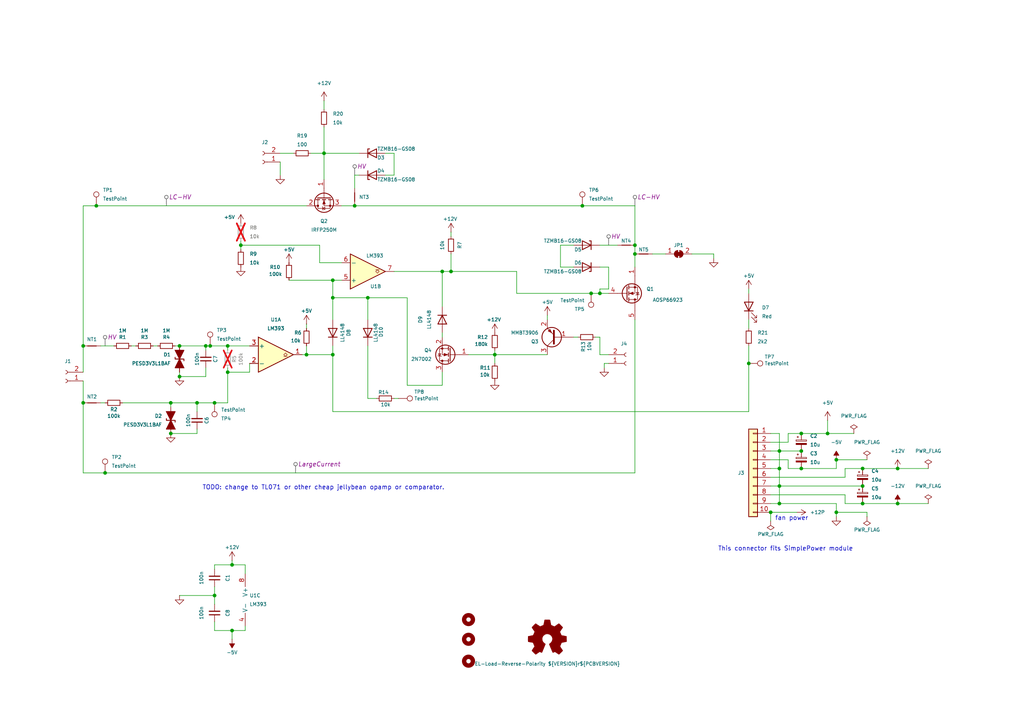
<source format=kicad_sch>
(kicad_sch (version 20231120) (generator "eeschema") (generator_version "8.0")
  (paper "A4")
  (title_block (title "EL-Load-Reverse-Polarity") (date "2024-05-12") (rev "${VERSION}"))
  (lib_symbols
    (symbol "Comparator:LM393" (pin_names (offset 0.127))
      (property "Reference" "U" (at 3.81 3.81 0))
      (property "Value" "LM393" (at 6.35 -3.81 0))
      (symbol "LM393_1_1"
        (pin open_collector line (at 7.62 0 180) (length 2.54) (name "~") (number "1"))
        (pin input line (at -7.62 -2.54 0) (length 2.54) (name "-") (number "2"))
        (pin input line (at -7.62 2.54 0) (length 2.54) (name "+") (number "3"))
      )
      (symbol "LM393_2_1"
        (pin input line (at -7.62 2.54 0) (length 2.54) (name "+") (number "5"))
        (pin input line (at -7.62 -2.54 0) (length 2.54) (name "-") (number "6"))
        (pin open_collector line (at 7.62 0 180) (length 2.54) (name "~") (number "7"))
      )
      (symbol "LM393_3_1"
        (pin power_in line (at -2.54 -7.62 90) (length 3.81) (name "V-") (number "4"))
        (pin power_in line (at -2.54 7.62 270) (length 3.81) (name "V+") (number "8"))
      )
    )
    (symbol "Connector:Conn_01x02_Socket" (pin_names (offset 1.016) hide)
      (property "Reference" "J" (at 0 2.54 0))
      (property "Value" "Conn_01x02_Socket" (at 0 -5.08 0))
      (symbol "Conn_01x02_Socket_1_1"
        (pin passive line (at -5.08 0 0) (length 3.81) (name "Pin_1") (number "1"))
        (pin passive line (at -5.08 -2.54 0) (length 3.81) (name "Pin_2") (number "2"))
      )
    )
    (symbol "Connector:TestPoint" (pin_numbers hide) (pin_names (offset 0.762) hide)
      (property "Reference" "TP" (at 0 6.858 0))
      (property "Value" "TestPoint" (at 0 5.08 0))
      (symbol "TestPoint_1_1"
        (pin passive line (at 0 0 90) (length 2.54) (name "1") (number "1"))
      )
    )
    (symbol "Connector_Generic:Conn_01x10" (pin_names (offset 1.016) hide)
      (property "Reference" "J" (at 0 12.7 0))
      (property "Value" "Conn_01x10" (at 0 -15.24 0))
      (symbol "Conn_01x10_1_1"
        (pin passive line (at -5.08 10.16 0) (length 3.81) (name "Pin_1") (number "1"))
        (pin passive line (at -5.08 -12.7 0) (length 3.81) (name "Pin_10") (number "10"))
        (pin passive line (at -5.08 7.62 0) (length 3.81) (name "Pin_2") (number "2"))
        (pin passive line (at -5.08 5.08 0) (length 3.81) (name "Pin_3") (number "3"))
        (pin passive line (at -5.08 2.54 0) (length 3.81) (name "Pin_4") (number "4"))
        (pin passive line (at -5.08 0 0) (length 3.81) (name "Pin_5") (number "5"))
        (pin passive line (at -5.08 -2.54 0) (length 3.81) (name "Pin_6") (number "6"))
        (pin passive line (at -5.08 -5.08 0) (length 3.81) (name "Pin_7") (number "7"))
        (pin passive line (at -5.08 -7.62 0) (length 3.81) (name "Pin_8") (number "8"))
        (pin passive line (at -5.08 -10.16 0) (length 3.81) (name "Pin_9") (number "9"))
      )
    )
    (symbol "Device:C_Polarized_Small" (pin_numbers hide) (pin_names (offset 0.254) hide)
      (property "Reference" "C" (at 0.254 1.778 0))
      (property "Value" "C_Polarized_Small" (at 0.254 -2.032 0))
      (symbol "C_Polarized_Small_1_1"
        (pin passive line (at 0 2.54 270) (length 1.8542) (name "~") (number "1"))
        (pin passive line (at 0 -2.54 90) (length 1.8542) (name "~") (number "2"))
      )
    )
    (symbol "Device:C_Small" (pin_numbers hide) (pin_names (offset 0.254) hide)
      (property "Reference" "C" (at 0.254 1.778 0))
      (property "Value" "C_Small" (at 0.254 -2.032 0))
      (symbol "C_Small_1_1"
        (pin passive line (at 0 2.54 270) (length 2.032) (name "~") (number "1"))
        (pin passive line (at 0 -2.54 90) (length 2.032) (name "~") (number "2"))
      )
    )
    (symbol "Device:D_TVS_Filled" (pin_numbers hide) (pin_names (offset 1.016) hide)
      (property "Reference" "D" (at 0 2.54 0))
      (property "Value" "D_TVS_Filled" (at 0 -2.54 0))
      (symbol "D_TVS_Filled_1_1"
        (pin passive line (at -3.81 0 0) (length 2.54) (name "A1") (number "1"))
        (pin passive line (at 3.81 0 180) (length 2.54) (name "A2") (number "2"))
      )
    )
    (symbol "Device:D_Zener" (pin_numbers hide) (pin_names (offset 1.016) hide)
      (property "Reference" "D" (at 0 2.54 0))
      (property "Value" "D_Zener" (at 0 -2.54 0))
      (symbol "D_Zener_1_1"
        (pin passive line (at -3.81 0 0) (length 2.54) (name "K") (number "1"))
        (pin passive line (at 3.81 0 180) (length 2.54) (name "A") (number "2"))
      )
    )
    (symbol "Device:LED" (pin_numbers hide) (pin_names (offset 1.016) hide)
      (property "Reference" "D" (at 0 2.54 0))
      (property "Value" "LED" (at 0 -2.54 0))
      (symbol "LED_1_1"
        (pin passive line (at -3.81 0 0) (length 2.54) (name "K") (number "1"))
        (pin passive line (at 3.81 0 180) (length 2.54) (name "A") (number "2"))
      )
    )
    (symbol "Device:NetTie_2" (pin_numbers hide) (pin_names (offset 0) hide) (in_bom no)
      (property "Reference" "NT" (at 0 1.27 0))
      (property "Value" "NetTie_2" (at 0 -1.27 0))
      (symbol "NetTie_2_1_1"
        (pin passive line (at -2.54 0 0) (length 2.54) (name "1") (number "1"))
        (pin passive line (at 2.54 0 180) (length 2.54) (name "2") (number "2"))
      )
    )
    (symbol "Device:Q_NMOS_GDS" (pin_names (offset 0) hide)
      (property "Reference" "Q" (at 5.08 1.27 0))
      (property "Value" "Q_NMOS_GDS" (at 5.08 -1.27 0))
      (symbol "Q_NMOS_GDS_1_1"
        (pin input line (at -5.08 0 0) (length 2.54) (name "G") (number "1"))
        (pin passive line (at 2.54 5.08 270) (length 2.54) (name "D") (number "2"))
        (pin passive line (at 2.54 -5.08 90) (length 2.54) (name "S") (number "3"))
      )
    )
    (symbol "Device:R_Small" (pin_numbers hide) (pin_names (offset 0.254) hide)
      (property "Reference" "R" (at 0.762 0.508 0))
      (property "Value" "R_Small" (at 0.762 -1.016 0))
      (symbol "R_Small_1_1"
        (pin passive line (at 0 2.54 270) (length 0.762) (name "~") (number "1"))
        (pin passive line (at 0 -2.54 90) (length 0.762) (name "~") (number "2"))
      )
    )
    (symbol "Diode:LL4148" (pin_numbers hide) (pin_names hide)
      (property "Reference" "D" (at 0 2.54 0))
      (property "Value" "LL4148" (at 0 -2.54 0))
      (symbol "LL4148_1_1"
        (pin passive line (at -3.81 0 0) (length 2.54) (name "K") (number "1"))
        (pin passive line (at 3.81 0 180) (length 2.54) (name "A") (number "2"))
      )
    )
    (symbol "EL-Load:AOSP66923" (pin_names hide)
      (property "Reference" "Q" (at 5.08 1.905 0))
      (property "Value" "AOSP66923" (at 5.08 0 0))
      (property "Part Name" "U_AOSP66923" (at 10.16 -3.81 0))
      (symbol "AOSP66923_1_0"
        (pin passive line (at 2.54 -7.62 90) (length 2.54) hide (name "S") (number "2"))
        (pin passive line (at 2.54 -7.62 90) (length 2.54) hide (name "S") (number "3"))
        (pin passive line (at 2.54 7.62 270) (length 2.54) hide (name "D") (number "6"))
        (pin passive line (at 2.54 7.62 270) (length 2.54) hide (name "D") (number "7"))
        (pin passive line (at 2.54 7.62 270) (length 2.54) hide (name "D") (number "8"))
      )
      (symbol "AOSP66923_1_1"
        (pin passive line (at 2.54 -7.62 90) (length 2.54) (name "S") (number "1"))
        (pin input line (at -5.08 0 0) (length 2.54) (name "G") (number "4"))
        (pin passive line (at 2.54 7.62 270) (length 2.54) (name "D") (number "5"))
      )
    )
    (symbol "Graphic:Logo_Open_Hardware_Small" (in_bom no) (on_board no))
    (symbol "Jumper:SolderJumper_2_Bridged" (pin_names (offset 0) hide)
      (property "Reference" "JP" (at 0 2.032 0))
      (property "Value" "SolderJumper_2_Bridged" (at 0 -2.54 0))
      (symbol "SolderJumper_2_Bridged_1_1"
        (pin passive line (at -3.81 0 0) (length 2.54) (name "A") (number "1"))
        (pin passive line (at 3.81 0 180) (length 2.54) (name "B") (number "2"))
      )
    )
    (symbol "Mechanical:MountingHole" (pin_names (offset 1.016))
      (property "Reference" "H" (at 0 5.08 0))
      (property "Value" "MountingHole" (at 0 3.175 0))
    )
    (symbol "Transistor_BJT:MMBT3906" (pin_names (offset 0) hide)
      (property "Reference" "Q" (at 5.08 1.905 0))
      (property "Value" "MMBT3906" (at 5.08 0 0))
      (symbol "MMBT3906_1_1"
        (pin input line (at -5.08 0 0) (length 5.715) (name "B") (number "1"))
        (pin passive line (at 2.54 -5.08 90) (length 2.54) (name "E") (number "2"))
        (pin passive line (at 2.54 5.08 270) (length 2.54) (name "C") (number "3"))
      )
    )
    (symbol "Transistor_FET:2N7002" (pin_names hide)
      (property "Reference" "Q" (at 5.08 1.905 0))
      (property "Value" "2N7002" (at 5.08 0 0))
      (symbol "2N7002_1_1"
        (pin input line (at -5.08 0 0) (length 2.54) (name "G") (number "1"))
        (pin passive line (at 2.54 -5.08 90) (length 2.54) (name "S") (number "2"))
        (pin passive line (at 2.54 5.08 270) (length 2.54) (name "D") (number "3"))
      )
    )
    (symbol "power:+12P" (power) (pin_numbers hide) (pin_names (offset 0) hide)
      (property "Value" "+12P" (at 0 3.556 0))
      (symbol "+12P_1_1"
        (pin power_in line (at 0 0 90) (length 0) (name "~") (number "1"))
      )
    )
    (symbol "power:+12V" (power) (pin_numbers hide) (pin_names (offset 0) hide)
      (property "Value" "+12V" (at 0 3.556 0))
      (symbol "+12V_1_1"
        (pin power_in line (at 0 0 90) (length 0) (name "~") (number "1"))
      )
    )
    (symbol "power:+5V" (power) (pin_numbers hide) (pin_names (offset 0) hide)
      (property "Value" "+5V" (at 0 3.556 0))
      (symbol "+5V_1_1"
        (pin power_in line (at 0 0 90) (length 0) (name "~") (number "1"))
      )
    )
    (symbol "power:-12V" (power) (pin_numbers hide) (pin_names (offset 0) hide)
      (property "Value" "-12V" (at 0 3.556 0))
      (symbol "-12V_0_0"
        (pin power_in line (at 0 0 90) (length 0) (name "~") (number "1"))
      )
    )
    (symbol "power:-5V" (power) (pin_numbers hide) (pin_names (offset 0) hide)
      (property "Value" "-5V" (at 0 3.556 0))
      (symbol "-5V_0_0"
        (pin power_in line (at 0 0 90) (length 0) (name "~") (number "1"))
      )
    )
    (symbol "power:GND" (power) (pin_numbers hide) (pin_names (offset 0) hide)
      (property "Value" "GND" (at 0 -3.81 0))
      (symbol "GND_1_1"
        (pin power_in line (at 0 0 270) (length 0) (name "~") (number "1"))
      )
    )
    (symbol "power:PWR_FLAG" (power) (pin_numbers hide) (pin_names (offset 0) hide)
      (property "Value" "PWR_FLAG" (at 0 3.81 0))
      (symbol "PWR_FLAG_0_0"
        (pin power_out line (at 0 0 90) (length 0) (name "~") (number "1"))
      )
    )
  )
  (junction (at 24.13 100.33))
  (junction (at 143.51 102.87))
  (junction (at 96.52 102.87))
  (junction (at 27.94 59.69))
  (junction (at 250.19 146.05))
  (junction (at 260.35 146.05))
  (junction (at 49.53 116.84))
  (junction (at 184.15 73.66))
  (junction (at 69.85 71.12))
  (junction (at 62.23 116.84))
  (junction (at 128.27 78.74))
  (junction (at 232.41 130.81))
  (junction (at 57.15 116.84))
  (junction (at 96.52 81.28))
  (junction (at 168.91 59.69))
  (junction (at 52.07 100.33))
  (junction (at 67.31 163.83))
  (junction (at 232.41 125.73))
  (junction (at 232.41 135.89))
  (junction (at 49.53 125.73))
  (junction (at 226.06 135.89))
  (junction (at 93.98 44.45))
  (junction (at 62.23 172.72))
  (junction (at 250.19 135.89))
  (junction (at 173.99 85.09))
  (junction (at 226.06 146.05))
  (junction (at 102.87 59.69))
  (junction (at 96.52 86.36))
  (junction (at 24.13 116.84))
  (junction (at 184.15 71.12))
  (junction (at 242.57 148.59))
  (junction (at 60.96 100.33))
  (junction (at 59.69 100.33))
  (junction (at 240.03 125.73))
  (junction (at 260.35 135.89))
  (junction (at 217.17 105.41))
  (junction (at 226.06 140.97))
  (junction (at 106.68 86.36))
  (junction (at 67.31 182.88))
  (junction (at 130.81 78.74))
  (junction (at 66.04 100.33))
  (junction (at 88.9 102.87))
  (junction (at 52.07 109.22))
  (junction (at 250.19 140.97))
  (junction (at 226.06 130.81))
  (junction (at 223.52 148.59))
  (junction (at 171.45 85.09))
  (junction (at 30.48 137.16))
  (junction (at 66.04 107.95))
  (junction (at 242.57 133.35))
  (wire (pts (xy 223.52 135.89) (xy 226.06 135.89)))
  (wire (pts (xy 66.04 107.95) (xy 72.39 107.95)))
  (wire (pts (xy 176.53 105.41) (xy 175.26 105.41)))
  (wire (pts (xy 128.27 96.52) (xy 128.27 97.79)))
  (wire (pts (xy 27.94 59.69) (xy 88.9 59.69)))
  (wire (pts (xy 143.51 101.6) (xy 143.51 102.87)))
  (wire (pts (xy 57.15 116.84) (xy 62.23 116.84)))
  (wire (pts (xy 172.72 97.79) (xy 173.99 97.79)))
  (wire (pts (xy 189.23 73.66) (xy 193.04 73.66)))
  (wire (pts (xy 71.12 166.37) (xy 71.12 163.83)))
  (wire (pts (xy 62.23 182.88) (xy 62.23 180.34)))
  (wire (pts (xy 104.14 44.45) (xy 93.98 44.45)))
  (wire (pts (xy 49.53 116.84) (xy 57.15 116.84)))
  (wire (pts (xy 81.28 44.45) (xy 85.09 44.45)))
  (wire (pts (xy 232.41 135.89) (xy 242.57 135.89)))
  (wire (pts (xy 162.56 77.47) (xy 166.37 77.47)))
  (wire (pts (xy 176.53 77.47) (xy 173.99 77.47)))
  (wire (pts (xy 71.12 181.61) (xy 71.12 182.88)))
  (wire (pts (xy 118.11 111.76) (xy 118.11 86.36)))
  (wire (pts (xy 69.85 71.12) (xy 92.71 71.12)))
  (wire (pts (xy 24.13 59.69) (xy 24.13 100.33)))
  (wire (pts (xy 92.71 71.12) (xy 92.71 76.2)))
  (wire (pts (xy 87.63 102.87) (xy 88.9 102.87)))
  (wire (pts (xy 72.39 107.95) (xy 72.39 105.41)))
  (wire (pts (xy 128.27 78.74) (xy 128.27 88.9)))
  (wire (pts (xy 260.35 146.05) (xy 269.24 146.05)))
  (wire (pts (xy 59.69 109.22) (xy 52.07 109.22)))
  (wire (pts (xy 171.45 85.09) (xy 173.99 85.09)))
  (wire (pts (xy 226.06 140.97) (xy 250.19 140.97)))
  (wire (pts (xy 223.52 138.43) (xy 245.11 138.43)))
  (wire (pts (xy 66.04 101.6) (xy 66.04 100.33)))
  (wire (pts (xy 245.11 143.51) (xy 245.11 146.05)))
  (wire (pts (xy 99.06 59.69) (xy 102.87 59.69)))
  (wire (pts (xy 200.66 73.66) (xy 207.01 73.66)))
  (wire (pts (xy 184.15 59.69) (xy 184.15 71.12)))
  (wire (pts (xy 173.99 85.09) (xy 176.53 85.09)))
  (wire (pts (xy 114.3 115.57) (xy 115.57 115.57)))
  (wire (pts (xy 143.51 102.87) (xy 143.51 105.41)))
  (wire (pts (xy 106.68 86.36) (xy 106.68 92.71)))
  (wire (pts (xy 175.26 105.41) (xy 175.26 106.68)))
  (wire (pts (xy 67.31 185.42) (xy 67.31 182.88)))
  (wire (pts (xy 226.06 135.89) (xy 226.06 140.97)))
  (wire (pts (xy 143.51 102.87) (xy 158.75 102.87)))
  (wire (pts (xy 173.99 97.79) (xy 173.99 102.87)))
  (wire (pts (xy 69.85 69.85) (xy 69.85 71.12)))
  (wire (pts (xy 106.68 86.36) (xy 96.52 86.36)))
  (wire (pts (xy 81.28 46.99) (xy 81.28 50.8)))
  (wire (pts (xy 111.76 50.8) (xy 114.3 50.8)))
  (wire (pts (xy 102.87 59.69) (xy 168.91 59.69)))
  (wire (pts (xy 184.15 73.66) (xy 184.15 77.47)))
  (wire (pts (xy 96.52 81.28) (xy 96.52 86.36)))
  (wire (pts (xy 106.68 100.33) (xy 106.68 115.57)))
  (wire (pts (xy 158.75 91.44) (xy 158.75 92.71)))
  (wire (pts (xy 67.31 162.56) (xy 67.31 163.83)))
  (wire (pts (xy 217.17 105.41) (xy 217.17 119.38)))
  (wire (pts (xy 50.8 100.33) (xy 52.07 100.33)))
  (wire (pts (xy 59.69 101.6) (xy 59.69 100.33)))
  (wire (pts (xy 57.15 125.73) (xy 49.53 125.73)))
  (wire (pts (xy 223.52 130.81) (xy 226.06 130.81)))
  (wire (pts (xy 62.23 116.84) (xy 66.04 116.84)))
  (wire (pts (xy 217.17 83.82) (xy 217.17 85.09)))
  (wire (pts (xy 52.07 100.33) (xy 59.69 100.33)))
  (wire (pts (xy 128.27 111.76) (xy 118.11 111.76)))
  (wire (pts (xy 135.89 102.87) (xy 143.51 102.87)))
  (wire (pts (xy 226.06 125.73) (xy 226.06 130.81)))
  (wire (pts (xy 260.35 135.89) (xy 269.24 135.89)))
  (wire (pts (xy 226.06 130.81) (xy 226.06 135.89)))
  (wire (pts (xy 184.15 92.71) (xy 184.15 137.16)))
  (wire (pts (xy 44.45 100.33) (xy 45.72 100.33)))
  (wire (pts (xy 104.14 50.8) (xy 102.87 50.8)))
  (wire (pts (xy 217.17 92.71) (xy 217.17 95.25)))
  (wire (pts (xy 245.11 135.89) (xy 250.19 135.89)))
  (wire (pts (xy 176.53 77.47) (xy 176.53 83.82)))
  (wire (pts (xy 226.06 146.05) (xy 242.57 146.05)))
  (wire (pts (xy 57.15 124.46) (xy 57.15 125.73)))
  (wire (pts (xy 173.99 71.12) (xy 179.07 71.12)))
  (wire (pts (xy 30.48 137.16) (xy 184.15 137.16)))
  (wire (pts (xy 69.85 71.12) (xy 69.85 72.39)))
  (wire (pts (xy 93.98 44.45) (xy 93.98 52.07)))
  (wire (pts (xy 24.13 116.84) (xy 24.13 137.16)))
  (wire (pts (xy 240.03 125.73) (xy 247.65 125.73)))
  (wire (pts (xy 24.13 107.95) (xy 24.13 100.33)))
  (wire (pts (xy 29.21 100.33) (xy 33.02 100.33)))
  (wire (pts (xy 88.9 93.98) (xy 88.9 95.25)))
  (wire (pts (xy 130.81 78.74) (xy 149.86 78.74)))
  (wire (pts (xy 228.6 133.35) (xy 228.6 135.89)))
  (wire (pts (xy 24.13 137.16) (xy 30.48 137.16)))
  (wire (pts (xy 228.6 135.89) (xy 232.41 135.89)))
  (wire (pts (xy 166.37 97.79) (xy 167.64 97.79)))
  (wire (pts (xy 226.06 140.97) (xy 226.06 146.05)))
  (wire (pts (xy 223.52 143.51) (xy 245.11 143.51)))
  (wire (pts (xy 71.12 182.88) (xy 67.31 182.88)))
  (wire (pts (xy 207.01 73.66) (xy 207.01 74.93)))
  (wire (pts (xy 29.21 116.84) (xy 30.48 116.84)))
  (wire (pts (xy 90.17 44.45) (xy 93.98 44.45)))
  (wire (pts (xy 96.52 119.38) (xy 217.17 119.38)))
  (wire (pts (xy 92.71 76.2) (xy 99.06 76.2)))
  (wire (pts (xy 35.56 116.84) (xy 49.53 116.84)))
  (wire (pts (xy 71.12 163.83) (xy 67.31 163.83)))
  (wire (pts (xy 88.9 100.33) (xy 88.9 102.87)))
  (wire (pts (xy 251.46 148.59) (xy 251.46 149.86)))
  (wire (pts (xy 66.04 107.95) (xy 66.04 116.84)))
  (wire (pts (xy 93.98 36.83) (xy 93.98 44.45)))
  (wire (pts (xy 93.98 29.21) (xy 93.98 31.75)))
  (wire (pts (xy 242.57 148.59) (xy 251.46 148.59)))
  (wire (pts (xy 106.68 115.57) (xy 109.22 115.57)))
  (wire (pts (xy 240.03 121.92) (xy 240.03 125.73)))
  (wire (pts (xy 232.41 125.73) (xy 240.03 125.73)))
  (wire (pts (xy 96.52 100.33) (xy 96.52 102.87)))
  (wire (pts (xy 83.82 81.28) (xy 96.52 81.28)))
  (wire (pts (xy 162.56 71.12) (xy 162.56 77.47)))
  (wire (pts (xy 52.07 172.72) (xy 62.23 172.72)))
  (wire (pts (xy 57.15 116.84) (xy 57.15 119.38)))
  (wire (pts (xy 223.52 125.73) (xy 226.06 125.73)))
  (wire (pts (xy 245.11 146.05) (xy 250.19 146.05)))
  (wire (pts (xy 223.52 140.97) (xy 226.06 140.97)))
  (wire (pts (xy 62.23 172.72) (xy 62.23 170.18)))
  (wire (pts (xy 38.1 100.33) (xy 39.37 100.33)))
  (wire (pts (xy 228.6 128.27) (xy 228.6 125.73)))
  (wire (pts (xy 184.15 71.12) (xy 184.15 73.66)))
  (wire (pts (xy 242.57 146.05) (xy 242.57 148.59)))
  (wire (pts (xy 168.91 59.69) (xy 184.15 59.69)))
  (wire (pts (xy 114.3 44.45) (xy 111.76 44.45)))
  (wire (pts (xy 118.11 86.36) (xy 106.68 86.36)))
  (wire (pts (xy 223.52 148.59) (xy 223.52 151.13)))
  (wire (pts (xy 242.57 148.59) (xy 242.57 149.86)))
  (wire (pts (xy 223.52 128.27) (xy 228.6 128.27)))
  (wire (pts (xy 245.11 138.43) (xy 245.11 135.89)))
  (wire (pts (xy 59.69 106.68) (xy 59.69 109.22)))
  (wire (pts (xy 250.19 146.05) (xy 260.35 146.05)))
  (wire (pts (xy 96.52 119.38) (xy 96.52 102.87)))
  (wire (pts (xy 62.23 175.26) (xy 62.23 172.72)))
  (wire (pts (xy 130.81 78.74) (xy 130.81 73.66)))
  (wire (pts (xy 223.52 133.35) (xy 228.6 133.35)))
  (wire (pts (xy 102.87 50.8) (xy 102.87 54.61)))
  (wire (pts (xy 228.6 125.73) (xy 232.41 125.73)))
  (wire (pts (xy 96.52 81.28) (xy 99.06 81.28)))
  (wire (pts (xy 49.53 118.11) (xy 49.53 116.84)))
  (wire (pts (xy 67.31 163.83) (xy 62.23 163.83)))
  (wire (pts (xy 166.37 71.12) (xy 162.56 71.12)))
  (wire (pts (xy 62.23 163.83) (xy 62.23 165.1)))
  (wire (pts (xy 24.13 110.49) (xy 24.13 116.84)))
  (wire (pts (xy 242.57 133.35) (xy 251.46 133.35)))
  (wire (pts (xy 59.69 100.33) (xy 60.96 100.33)))
  (wire (pts (xy 173.99 102.87) (xy 176.53 102.87)))
  (wire (pts (xy 24.13 59.69) (xy 27.94 59.69)))
  (wire (pts (xy 88.9 102.87) (xy 96.52 102.87)))
  (wire (pts (xy 226.06 130.81) (xy 232.41 130.81)))
  (wire (pts (xy 114.3 78.74) (xy 128.27 78.74)))
  (wire (pts (xy 242.57 133.35) (xy 242.57 135.89)))
  (wire (pts (xy 149.86 78.74) (xy 149.86 85.09)))
  (wire (pts (xy 149.86 85.09) (xy 171.45 85.09)))
  (wire (pts (xy 223.52 148.59) (xy 231.14 148.59)))
  (wire (pts (xy 173.99 85.09) (xy 173.99 83.82)))
  (wire (pts (xy 114.3 50.8) (xy 114.3 44.45)))
  (wire (pts (xy 67.31 182.88) (xy 62.23 182.88)))
  (wire (pts (xy 250.19 135.89) (xy 260.35 135.89)))
  (wire (pts (xy 66.04 106.68) (xy 66.04 107.95)))
  (wire (pts (xy 60.96 100.33) (xy 66.04 100.33)))
  (wire (pts (xy 128.27 107.95) (xy 128.27 111.76)))
  (wire (pts (xy 217.17 100.33) (xy 217.17 105.41)))
  (wire (pts (xy 66.04 100.33) (xy 72.39 100.33)))
  (wire (pts (xy 96.52 86.36) (xy 96.52 92.71)))
  (wire (pts (xy 173.99 83.82) (xy 176.53 83.82)))
  (wire (pts (xy 223.52 146.05) (xy 226.06 146.05)))
  (wire (pts (xy 130.81 67.31) (xy 130.81 68.58)))
  (wire (pts (xy 128.27 78.74) (xy 130.81 78.74)))
  (wire (pts (xy 52.07 107.95) (xy 52.07 109.22)))
  (text "This connector fits SimplePower module" (at 227.838 159.258 0) (effects (font (size 1.27 1.27))))
  (text "fan power" (at 224.79 151.13 0) (effects (font (size 1.27 1.27)) (justify left bottom)))
  (text "TODO: change to TL071 or other cheap jellybean opamp or comparator." (at 58.674 142.24 0) (effects (font (size 1.27 1.27)) (justify left bottom)))
  (netclass_flag "" (length 2.54) (shape round) (at 30.48 100.33 0) (property "Netclass" "HV" (at 31.1785 97.79 0) (effects (font (italic yes)) (justify left))))
  (netclass_flag "" (length 2.54) (shape round) (at 176.53 71.12 0) (property "Netclass" "HV" (at 177.2285 68.58 0) (effects (font (italic yes)) (justify left))))
  (netclass_flag "" (length 2.54) (shape round) (at 184.15 59.69 0) (property "Netclass" "LC-HV" (at 184.8485 57.15 0) (effects (font (italic yes)) (justify left))))
  (netclass_flag "" (length 2.54) (shape round) (at 102.87 50.8 0) (property "Netclass" "HV" (at 103.5685 48.26 0) (effects (font (italic yes)) (justify left))))
  (netclass_flag "" (length 2.54) (shape round) (at 48.26 59.69 0) (property "Netclass" "LC-HV" (at 48.9585 57.15 0) (effects (font (italic yes)) (justify left))))
  (netclass_flag "" (length 2.54) (shape round) (at 85.725 137.16 0) (property "Netclass" "LargeCurrent" (at 86.4235 134.62 0) (effects (font (italic yes)) (justify left))))
  (symbol (lib_id "Connector:TestPoint") (at 171.45 85.09 180) (unit 1) (in_bom no)
    (property "Reference" "TP5" (at 169.545 89.662 0) (effects (font (size 1 1)) (justify left)))
    (property "Value" "TestPoint" (at 169.545 87.122 0) (effects (font (size 1 1)) (justify left)))
    (property "Footprint" "TestPoint:TestPoint_Loop_D2.50mm_Drill1.0mm" (effects (hide yes)))
  )
  (symbol (lib_id "power:PWR_FLAG") (at 247.65 125.73 0) (unit 1)
    (property "Reference" "#FLG08" (effects (hide yes)))
    (property "Value" "PWR_FLAG" (at 247.65 120.65 0) (effects (font (size 1 1))))
    (property "Description" "Special symbol for telling ERC where power comes from" (effects (hide yes)))
  )
  (symbol (lib_id "Device:C_Polarized_Small") (at 250.19 138.43 0) (unit 1)
    (property "Reference" "C4" (at 252.73 136.6138 0) (effects (font (size 1 1)) (justify left)))
    (property "Value" "10u" (at 252.73 139.1538 0) (effects (font (size 1 1)) (justify left)))
    (property "Footprint" "Capacitor_SMD:C_0805_2012Metric" (effects (hide yes)))
    (property "Part Name" "C_10.0uF_16V_X7R_10%_0805" (effects (hide yes)))
  )
  (symbol (lib_id "Device:R_Small") (at 35.56 100.33 90) (mirror x) (unit 1)
    (property "Reference" "R1" (at 35.56 97.79 90) (effects (font (size 1 1))))
    (property "Value" "1M" (at 35.56 95.885 90) (effects (font (size 1 1))))
    (property "Footprint" "Resistor_SMD:R_0805_2012Metric" (effects (hide yes)))
    (property "Part Name" "R_1.0MΩ_0805_1%" (effects (hide yes)))
  )
  (symbol (lib_id "Device:D_Zener") (at 107.95 44.45 0) (unit 1)
    (property "Reference" "D3" (at 110.49 45.72 0) (effects (font (size 1 1))))
    (property "Value" "TZMB16-GS08" (at 114.935 43.18 0) (effects (font (size 1 1))))
    (property "Footprint" "Diode_SMD:D_MiniMELF" (effects (hide yes)))
    (property "Part Name" "D_Z_16V_miniMELF" (effects (hide yes)))
  )
  (symbol (lib_id "Diode:LL4148") (at 96.52 96.52 90) (unit 1)
    (property "Reference" "D8" (at 101.092 96.52 0) (effects (font (size 1 1))))
    (property "Value" "LL4148" (at 99.314 96.52 0) (effects (font (size 1 1))))
    (property "Footprint" "Diode_SMD:D_MiniMELF" (effects (hide yes)))
    (property "Datasheet" "http://www.vishay.com/docs/85557/ll4148.pdf" (effects (hide yes)))
    (property "Description" "100V 0.15A standard switching diode, MiniMELF" (effects (hide yes)))
    (property "Sim.Device" "D" (effects (hide yes)))
    (property "Sim.Pins" "1=K 2=A" (effects (hide yes)))
    (property "Part Name" "D_1N4148_miniMELF " (effects (hide yes)))
  )
  (symbol (lib_id "Connector:TestPoint") (at 27.94 59.69 0) (unit 1) (in_bom no)
    (property "Reference" "TP1" (at 29.845 55.118 0) (effects (font (size 1 1)) (justify left)))
    (property "Value" "TestPoint" (at 29.845 57.658 0) (effects (font (size 1 1)) (justify left)))
    (property "Footprint" "TestPoint:TestPoint_Loop_D2.50mm_Drill1.0mm" (effects (hide yes)))
  )
  (symbol (lib_id "Connector:TestPoint") (at 30.48 137.16 0) (unit 1) (in_bom no)
    (property "Reference" "TP2" (at 32.385 132.588 0) (effects (font (size 1 1)) (justify left)))
    (property "Value" "TestPoint" (at 32.385 135.128 0) (effects (font (size 1 1)) (justify left)))
    (property "Footprint" "TestPoint:TestPoint_Loop_D2.50mm_Drill1.0mm" (effects (hide yes)))
  )
  (symbol (lib_id "Device:R_Small") (at 33.02 116.84 270) (mirror x) (unit 1)
    (property "Reference" "R2" (at 33.02 118.745 90) (effects (font (size 1 1))))
    (property "Value" "100k" (at 33.02 120.65 90) (effects (font (size 1 1))))
    (property "Footprint" "Resistor_SMD:R_0805_2012Metric" (effects (hide yes)))
    (property "Part Name" "R_100.0kΩ_0805_1%" (effects (hide yes)))
  )
  (symbol (lib_id "Device:C_Small") (at 57.15 121.92 180) (unit 1)
    (property "Reference" "C6" (at 59.944 121.92 90) (effects (font (size 1 1))))
    (property "Value" "100n" (at 54.61 121.92 90) (effects (font (size 1 1))))
    (property "Footprint" "Capacitor_SMD:C_0805_2012Metric" (effects (hide yes)))
    (property "Part Name" "C_100.0nF_0805_20%" (effects (hide yes)))
  )
  (symbol (lib_id "power:GND") (at 207.01 74.93 0) (unit 1)
    (property "Reference" "#PWR016" (effects (hide yes)))
    (property "Value" "GND" (effects (hide yes)))
    (property "Description" "Power symbol creates a global label with name \"GND\" , ground" (effects (hide yes)))
  )
  (symbol (lib_id "power:+12V") (at 67.31 162.56 0) (unit 1)
    (property "Reference" "#PWR03" (effects (hide yes)))
    (property "Value" "+12V" (at 67.31 158.75 0) (effects (font (size 1 1))))
    (property "Description" "Power symbol creates a global label with name \"+12V\"" (effects (hide yes)))
  )
  (symbol (lib_id "Connector:TestPoint") (at 60.96 100.33 0) (unit 1) (in_bom no)
    (property "Reference" "TP3" (at 62.865 95.758 0) (effects (font (size 1 1)) (justify left)))
    (property "Value" "TestPoint" (at 62.865 98.298 0) (effects (font (size 1 1)) (justify left)))
    (property "Footprint" "TestPoint:TestPoint_Loop_D2.50mm_Drill1.0mm" (effects (hide yes)))
  )
  (symbol (lib_id "power:GND") (at 81.28 50.8 0) (unit 1)
    (property "Reference" "#PWR018" (effects (hide yes)))
    (property "Value" "GND" (effects (hide yes)))
    (property "Description" "Power symbol creates a global label with name \"GND\" , ground" (effects (hide yes)))
  )
  (symbol (lib_id "power:GND") (at 242.57 149.86 0) (unit 1)
    (property "Reference" "#PWR022" (effects (hide yes)))
    (property "Value" "GND" (effects (hide yes)))
    (property "Description" "Power symbol creates a global label with name \"GND\" , ground" (effects (hide yes)))
  )
  (symbol (lib_id "Connector_Generic:Conn_01x10") (at 218.44 135.89 0) (mirror y) (unit 1)
    (property "Reference" "J3" (at 215.9 137.16 0) (effects (font (size 1 1)) (justify left)))
    (property "Value" "Conn_01x10_Male" (effects (hide yes)))
    (property "Footprint" "Connector_PinHeader_2.54mm:PinHeader_1x10_P2.54mm_Horizontal" (effects (hide yes)))
    (property "Part Name" "H_Female_1x40_vertical_THT" (effects (hide yes)))
  )
  (symbol (lib_id "power:GND") (at 69.85 77.47 0) (mirror y) (unit 1)
    (property "Reference" "#PWR08" (effects (hide yes)))
    (property "Value" "GND" (effects (hide yes)))
    (property "Description" "Power symbol creates a global label with name \"GND\" , ground" (effects (hide yes)))
  )
  (symbol (lib_id "Mechanical:MountingHole") (at 135.89 179.705 0) (unit 1) (in_bom no)
    (property "Reference" "H3" (effects (hide yes)))
    (property "Value" "MountingHole" (effects (hide yes)))
    (property "Footprint" "MountingHole:MountingHole_2.7mm_M2.5_DIN965" (effects (hide yes)))
  )
  (symbol (lib_id "Connector:Conn_01x02_Socket") (at 76.2 46.99 180) (unit 1)
    (property "Reference" "J2" (at 76.835 41.275 0) (effects (font (size 1 1))))
    (property "Value" "Conn_01x02_Socket" (effects (hide yes)))
    (property "Footprint" "Connector_Phoenix_MC:PhoenixContact_MCV_1,5_2-G-3.81_1x02_P3.81mm_Vertical" (effects (hide yes)))
    (property "Part Name" "H_Plug_2P_3.81MM_PCB_VERT" (effects (hide yes)))
  )
  (symbol (lib_id "Device:C_Small") (at 62.23 167.64 180) (unit 1)
    (property "Reference" "C1" (at 66.04 167.64 90) (effects (font (size 1 1))))
    (property "Value" "100n" (at 58.42 167.6337 90) (effects (font (size 1 1))))
    (property "Footprint" "Capacitor_SMD:C_0805_2012Metric" (effects (hide yes)))
    (property "Part Name" "C_100.0nF_0805_20%" (effects (hide yes)))
  )
  (symbol (lib_id "Device:R_Small") (at 69.85 67.31 0) (unit 1) (dnp yes)
    (property "Reference" "R8" (at 72.39 66.04 0) (effects (font (size 1 1)) (justify left)))
    (property "Value" "10k" (at 72.39 68.58 0) (effects (font (size 1 1)) (justify left)))
    (property "Footprint" "Resistor_SMD:R_0805_2012Metric" (effects (hide yes)))
    (property "Part Name" "R_10.0kΩ_0805_1%" (effects (hide yes)))
  )
  (symbol (lib_id "Connector:TestPoint") (at 62.23 116.84 0) (mirror x) (unit 1) (in_bom no)
    (property "Reference" "TP4" (at 64.135 121.412 0) (effects (font (size 1 1)) (justify left)))
    (property "Value" "TestPoint" (at 64.135 118.872 0) (effects (font (size 1 1)) (justify left)))
    (property "Footprint" "TestPoint:TestPoint_Loop_D2.50mm_Drill1.0mm" (effects (hide yes)))
  )
  (symbol (lib_id "Diode:LL4148") (at 106.68 96.52 90) (unit 1)
    (property "Reference" "D10" (at 110.49 96.266 0) (effects (font (size 1 1))))
    (property "Value" "LL4148" (at 108.966 96.52 0) (effects (font (size 1 1))))
    (property "Footprint" "Diode_SMD:D_MiniMELF" (effects (hide yes)))
    (property "Datasheet" "http://www.vishay.com/docs/85557/ll4148.pdf" (effects (hide yes)))
    (property "Description" "100V 0.15A standard switching diode, MiniMELF" (effects (hide yes)))
    (property "Sim.Device" "D" (effects (hide yes)))
    (property "Sim.Pins" "1=K 2=A" (effects (hide yes)))
    (property "Part Name" "D_1N4148_miniMELF " (effects (hide yes)))
  )
  (symbol (lib_id "Device:R_Small") (at 143.51 107.95 0) (unit 1)
    (property "Reference" "R11" (at 139.192 106.68 0) (effects (font (size 1 1)) (justify left)))
    (property "Value" "10k" (at 139.192 108.712 0) (effects (font (size 1 1)) (justify left)))
    (property "Footprint" "Resistor_SMD:R_0805_2012Metric" (effects (hide yes)))
    (property "Part Name" "R_10.0kΩ_0805_1%" (effects (hide yes)))
  )
  (symbol (lib_id "power:+5V") (at 158.75 91.44 0) (unit 1)
    (property "Reference" "#PWR014" (effects (hide yes)))
    (property "Value" "+5V" (at 158.75 87.63 0) (effects (font (size 1 1))))
    (property "Description" "Power symbol creates a global label with name \"+5V\"" (effects (hide yes)))
  )
  (symbol (lib_id "power:PWR_FLAG") (at 251.46 149.86 180) (unit 1)
    (property "Reference" "#FLG010" (effects (hide yes)))
    (property "Value" "PWR_FLAG" (at 251.46 153.67 0) (effects (font (size 1 1))))
    (property "Description" "Special symbol for telling ERC where power comes from" (effects (hide yes)))
  )
  (symbol (lib_id "power:-12V") (at 260.35 146.05 0) (unit 1)
    (property "Reference" "#PWR024" (effects (hide yes)))
    (property "Value" "-12V" (at 260.35 140.97 0) (effects (font (size 1 1))))
    (property "Description" "Power symbol creates a global label with name \"-12V\"" (effects (hide yes)))
  )
  (symbol (lib_id "Device:D_Zener") (at 170.18 77.47 180) (unit 1)
    (property "Reference" "D6" (at 167.64 76.2 0) (effects (font (size 1 1))))
    (property "Value" "TZMB16-GS08" (at 163.195 78.74 0) (effects (font (size 1 1))))
    (property "Footprint" "Diode_SMD:D_MiniMELF" (effects (hide yes)))
    (property "Part Name" "D_Z_16V_miniMELF" (effects (hide yes)))
  )
  (symbol (lib_id "Device:R_Small") (at 111.76 115.57 90) (unit 1)
    (property "Reference" "R14" (at 112.776 113.792 90) (effects (font (size 1 1)) (justify left)))
    (property "Value" "10k" (at 113.284 117.348 90) (effects (font (size 1 1)) (justify left)))
    (property "Footprint" "Resistor_SMD:R_0805_2012Metric" (effects (hide yes)))
    (property "Part Name" "R_10.0kΩ_0805_1%" (effects (hide yes)))
  )
  (symbol (lib_id "Device:D_Zener") (at 107.95 50.8 0) (mirror x) (unit 1)
    (property "Reference" "D4" (at 110.49 49.53 0) (effects (font (size 1 1))))
    (property "Value" "TZMB16-GS08" (at 114.935 52.07 0) (effects (font (size 1 1))))
    (property "Footprint" "Diode_SMD:D_MiniMELF" (effects (hide yes)))
    (property "Part Name" "D_Z_16V_miniMELF" (effects (hide yes)))
  )
  (symbol (lib_id "Device:NetTie_2") (at 181.61 71.12 0) (mirror y) (unit 1) (in_bom no)
    (property "Reference" "NT4" (at 181.61 69.85 0) (effects (font (size 1 1))))
    (property "Value" "NetTie_2" (effects (hide yes)))
    (property "Footprint" "NetTies:NetTie-2_SMD_LongPad0.5mm" (effects (hide yes)))
  )
  (symbol (lib_id "Device:C_Small") (at 62.23 177.8 180) (unit 1)
    (property "Reference" "C8" (at 66.04 177.8 90) (effects (font (size 1 1))))
    (property "Value" "100n" (at 58.42 177.7937 90) (effects (font (size 1 1))))
    (property "Footprint" "Capacitor_SMD:C_0805_2012Metric" (effects (hide yes)))
    (property "Part Name" "C_100.0nF_0805_20%" (effects (hide yes)))
  )
  (symbol (lib_id "Device:Q_NMOS_GDS") (at 93.98 57.15 90) (mirror x) (unit 1)
    (property "Reference" "Q2" (at 93.98 64.135 90) (effects (font (size 1 1))))
    (property "Value" "IRFP250M" (at 93.98 66.675 90) (effects (font (size 1 1))))
    (property "Footprint" "Package_TO_SOT_THT:TO-247-3_Vertical" (effects (hide yes)))
    (property "Part Name" "Q_IRFP250MPBF " (effects (hide yes)))
  )
  (symbol (lib_id "Device:R_Small") (at 41.91 100.33 90) (mirror x) (unit 1)
    (property "Reference" "R3" (at 41.91 97.79 90) (effects (font (size 1 1))))
    (property "Value" "1M" (at 41.91 95.885 90) (effects (font (size 1 1))))
    (property "Footprint" "Resistor_SMD:R_0805_2012Metric" (effects (hide yes)))
    (property "Part Name" "R_1.0MΩ_0805_1%" (effects (hide yes)))
  )
  (symbol (lib_id "power:GND") (at 52.07 109.22 0) (unit 1)
    (property "Reference" "#PWR01" (effects (hide yes)))
    (property "Value" "GND" (effects (hide yes)))
    (property "Description" "Power symbol creates a global label with name \"GND\" , ground" (effects (hide yes)))
  )
  (symbol (lib_id "Device:NetTie_2") (at 102.87 57.15 90) (mirror x) (unit 1) (in_bom no)
    (property "Reference" "NT3" (at 104.14 57.15 90) (effects (font (size 1 1)) (justify right)))
    (property "Value" "NetTie_2" (effects (hide yes)))
    (property "Footprint" "NetTies:NetTie-2_SMD_LongPad0.5mm" (effects (hide yes)))
  )
  (symbol (lib_id "Device:R_Small") (at 217.17 97.79 0) (unit 1)
    (property "Reference" "R21" (at 219.71 96.52 0) (effects (font (size 1 1)) (justify left)))
    (property "Value" "2k2" (at 219.71 99.06 0) (effects (font (size 1 1)) (justify left)))
    (property "Footprint" "Resistor_SMD:R_0805_2012Metric" (effects (hide yes)))
    (property "Part Name" "R_2.2kΩ_0805_1%" (effects (hide yes)))
  )
  (symbol (lib_id "Device:R_Small") (at 88.9 97.79 0) (unit 1)
    (property "Reference" "R6" (at 85.344 96.52 0) (effects (font (size 1 1)) (justify left)))
    (property "Value" "10k" (at 84.328 98.806 0) (effects (font (size 1 1)) (justify left)))
    (property "Footprint" "Resistor_SMD:R_0805_2012Metric" (effects (hide yes)))
    (property "Part Name" "R_10.0kΩ_0805_1%" (effects (hide yes)))
  )
  (symbol (lib_id "power:+5V") (at 240.03 121.92 0) (unit 1)
    (property "Reference" "#PWR020" (effects (hide yes)))
    (property "Value" "+5V" (at 240.03 116.84 0) (effects (font (size 1 1))))
    (property "Description" "Power symbol creates a global label with name \"+5V\"" (effects (hide yes)))
  )
  (symbol (lib_id "power:GND") (at 52.07 172.72 0) (unit 1)
    (property "Reference" "#PWR010" (effects (hide yes)))
    (property "Value" "GND" (effects (hide yes)))
    (property "Description" "Power symbol creates a global label with name \"GND\" , ground" (effects (hide yes)))
  )
  (symbol (lib_id "power:-5V") (at 67.31 185.42 180) (unit 1)
    (property "Reference" "#PWR04" (effects (hide yes)))
    (property "Value" "-5V" (at 67.31 189.23 0) (effects (font (size 1 1))))
    (property "Description" "Power symbol creates a global label with name \"-5V\"" (effects (hide yes)))
  )
  (symbol (lib_id "Diode:LL4148") (at 128.27 92.71 270) (unit 1)
    (property "Reference" "D9" (at 121.92 92.71 0) (effects (font (size 1 1))))
    (property "Value" "LL4148" (at 124.46 92.71 0) (effects (font (size 1 1))))
    (property "Footprint" "Diode_SMD:D_MiniMELF" (effects (hide yes)))
    (property "Datasheet" "http://www.vishay.com/docs/85557/ll4148.pdf" (effects (hide yes)))
    (property "Description" "100V 0.15A standard switching diode, MiniMELF" (effects (hide yes)))
    (property "Sim.Device" "D" (effects (hide yes)))
    (property "Sim.Pins" "1=K 2=A" (effects (hide yes)))
    (property "Part Name" "D_1N4148_miniMELF " (effects (hide yes)))
  )
  (symbol (lib_id "Device:C_Polarized_Small") (at 232.41 128.27 0) (unit 1)
    (property "Reference" "C2" (at 234.95 126.4538 0) (effects (font (size 1 1)) (justify left)))
    (property "Value" "10u" (at 234.95 128.9938 0) (effects (font (size 1 1)) (justify left)))
    (property "Footprint" "Capacitor_SMD:C_0805_2012Metric" (effects (hide yes)))
    (property "Part Name" "C_10.0uF_16V_X7R_10%_0805" (effects (hide yes)))
  )
  (symbol (lib_id "power:+5V") (at 69.85 64.77 0) (unit 1)
    (property "Reference" "#PWR05" (effects (hide yes)))
    (property "Value" "+5V" (at 66.548 62.992 0) (effects (font (size 1 1))))
    (property "Description" "Power symbol creates a global label with name \"+5V\"" (effects (hide yes)))
  )
  (symbol (lib_id "Device:C_Small") (at 59.69 104.14 180) (unit 1)
    (property "Reference" "C7" (at 62.484 104.14 90) (effects (font (size 1 1))))
    (property "Value" "100n" (at 57.15 104.14 90) (effects (font (size 1 1))))
    (property "Footprint" "Capacitor_SMD:C_0805_2012Metric" (effects (hide yes)))
    (property "Part Name" "C_100.0nF_0805_20%" (effects (hide yes)))
  )
  (symbol (lib_id "Connector:TestPoint") (at 115.57 115.57 270) (mirror x) (unit 1) (in_bom no)
    (property "Reference" "TP8" (at 120.142 113.665 90) (effects (font (size 1 1)) (justify left)))
    (property "Value" "TestPoint" (at 120.142 115.57 90) (effects (font (size 1 1)) (justify left)))
    (property "Footprint" "TestPoint:TestPoint_Loop_D2.50mm_Drill1.0mm" (effects (hide yes)))
  )
  (symbol (lib_id "Device:R_Small") (at 130.81 71.12 180) (unit 1)
    (property "Reference" "R7" (at 133.35 71.12 90) (effects (font (size 1 1))))
    (property "Value" "10k" (at 128.27 71.12 90) (effects (font (size 1 1))))
    (property "Footprint" "Resistor_SMD:R_0805_2012Metric" (effects (hide yes)))
    (property "Part Name" "R_10.0kΩ_0805_1%" (effects (hide yes)))
  )
  (symbol (lib_id "power:+12V") (at 260.35 135.89 0) (unit 1)
    (property "Reference" "#PWR023" (effects (hide yes)))
    (property "Value" "+12V" (at 260.35 130.81 0) (effects (font (size 1 1))))
    (property "Description" "Power symbol creates a global label with name \"+12V\"" (effects (hide yes)))
  )
  (symbol (lib_id "power:-5V") (at 242.57 133.35 0) (unit 1)
    (property "Reference" "#PWR021" (effects (hide yes)))
    (property "Value" "-5V" (at 242.57 128.27 0) (effects (font (size 1 1))))
    (property "Description" "Power symbol creates a global label with name \"-5V\"" (effects (hide yes)))
  )
  (symbol (lib_id "Device:C_Polarized_Small") (at 250.19 143.51 0) (unit 1)
    (property "Reference" "C5" (at 252.73 141.6938 0) (effects (font (size 1 1)) (justify left)))
    (property "Value" "10u" (at 252.73 144.2338 0) (effects (font (size 1 1)) (justify left)))
    (property "Footprint" "Capacitor_SMD:C_0805_2012Metric" (effects (hide yes)))
    (property "Part Name" "C_10.0uF_16V_X7R_10%_0805" (effects (hide yes)))
  )
  (symbol (lib_id "power:PWR_FLAG") (at 269.24 146.05 0) (unit 1)
    (property "Reference" "#FLG012" (effects (hide yes)))
    (property "Value" "PWR_FLAG" (at 269.24 140.97 0) (effects (font (size 1 1))))
    (property "Description" "Special symbol for telling ERC where power comes from" (effects (hide yes)))
  )
  (symbol (lib_id "Transistor_FET:2N7002") (at 130.81 102.87 180) (unit 1)
    (property "Reference" "Q4" (at 125.222 101.6 0) (effects (font (size 1 1)) (justify left)))
    (property "Value" "2N7002" (at 125.222 104.14 0) (effects (font (size 1 1)) (justify left)))
    (property "Footprint" "Package_TO_SOT_SMD:SOT-23" (effects (hide yes)))
    (property "Datasheet" "https://www.onsemi.com/pub/Collateral/NDS7002A-D.PDF" (effects (hide yes)))
    (property "Description" "0.115A Id, 60V Vds, N-Channel MOSFET, SOT-23" (effects (hide yes)))
    (property "Part Name" "Q_2N7002" (effects (hide yes)))
  )
  (symbol (lib_id "Transistor_BJT:MMBT3906") (at 161.29 97.79 180) (unit 1)
    (property "Reference" "Q3" (at 156.21 99.0601 0) (effects (font (size 1 1)) (justify left)))
    (property "Value" "MMBT3906" (at 156.21 96.5201 0) (effects (font (size 1 1)) (justify left)))
    (property "Footprint" "Package_TO_SOT_SMD:SOT-23" (effects (hide yes)))
    (property "Datasheet" "https://www.onsemi.com/pdf/datasheet/pzt3906-d.pdf" (effects (hide yes)))
    (property "Description" "-0.2A Ic, -40V Vce, Small Signal PNP Transistor, SOT-23" (effects (hide yes)))
    (property "Part Name" "Q_MMBT3906 " (effects (hide yes)))
  )
  (symbol (lib_id "Device:NetTie_2") (at 186.69 73.66 0) (mirror y) (unit 1) (in_bom no)
    (property "Reference" "NT5" (at 186.69 72.39 0) (effects (font (size 1 1))))
    (property "Value" "NetTie_2" (effects (hide yes)))
    (property "Footprint" "NetTies:NetTie-2_SMD_LongPad0.5mm" (effects (hide yes)))
  )
  (symbol (lib_id "power:PWR_FLAG") (at 251.46 133.35 0) (unit 1)
    (property "Reference" "#FLG09" (effects (hide yes)))
    (property "Value" "PWR_FLAG" (at 251.46 128.27 0) (effects (font (size 1 1))))
    (property "Description" "Special symbol for telling ERC where power comes from" (effects (hide yes)))
  )
  (symbol (lib_id "power:PWR_FLAG") (at 223.52 151.13 180) (unit 1)
    (property "Reference" "#FLG07" (effects (hide yes)))
    (property "Value" "PWR_FLAG" (at 223.52 154.94 0) (effects (font (size 1 1))))
    (property "Description" "Special symbol for telling ERC where power comes from" (effects (hide yes)))
  )
  (symbol (lib_id "Device:R_Small") (at 66.04 104.14 180) (unit 1) (in_bom no) (dnp yes)
    (property "Reference" "R5" (at 67.945 104.14 90) (effects (font (size 1 1))))
    (property "Value" "100k" (at 69.85 104.14 90) (effects (font (size 1 1))))
    (property "Footprint" "Resistor_SMD:R_0805_2012Metric" (effects (hide yes)))
    (property "Part Name" "R_100.0kΩ_0805_1%" (effects (hide yes)))
  )
  (symbol (lib_id "Device:D_TVS_Filled") (at 49.53 121.92 90) (unit 1)
    (property "Reference" "D2" (at 46.99 120.65 90) (effects (font (size 1 1)) (justify left)))
    (property "Value" "PESD3V3L1BAF" (at 46.99 123.19 90) (effects (font (size 1 1)) (justify left)))
    (property "Footprint" "Diode_SMD:D_SOD-323" (effects (hide yes)))
    (property "Part Name" "D_TVS_PESD3V_SOD323" (effects (hide yes)))
  )
  (symbol (lib_id "power:+12P") (at 231.14 148.59 270) (unit 1)
    (property "Reference" "#PWR019" (effects (hide yes)))
    (property "Value" "+12P" (at 234.95 148.5899 90) (effects (font (size 1 1)) (justify left)))
    (property "Description" "Power symbol creates a global label with name \"+12P\"" (effects (hide yes)))
  )
  (symbol (lib_id "Mechanical:MountingHole") (at 135.89 185.42 0) (unit 1) (in_bom no)
    (property "Reference" "H2" (effects (hide yes)))
    (property "Value" "MountingHole" (effects (hide yes)))
    (property "Footprint" "MountingHole:MountingHole_2.7mm_M2.5_DIN965" (effects (hide yes)))
  )
  (symbol (lib_id "power:+5V") (at 217.17 83.82 0) (unit 1)
    (property "Reference" "#PWR011" (effects (hide yes)))
    (property "Value" "+5V" (at 217.17 80.01 0) (effects (font (size 1 1))))
    (property "Description" "Power symbol creates a global label with name \"+5V\"" (effects (hide yes)))
  )
  (symbol (lib_id "Device:R_Small") (at 87.63 44.45 90) (unit 1)
    (property "Reference" "R19" (at 87.63 39.37 90) (effects (font (size 1 1))))
    (property "Value" "100" (at 87.63 41.91 90) (effects (font (size 1 1))))
    (property "Footprint" "Resistor_SMD:R_0805_2012Metric" (effects (hide yes)))
    (property "Part Name" "R_100.0Ω_0805_1%" (effects (hide yes)))
  )
  (symbol (lib_id "Device:R_Small") (at 143.51 99.06 0) (unit 1)
    (property "Reference" "R12" (at 138.43 97.79 0) (effects (font (size 1 1)) (justify left)))
    (property "Value" "180k" (at 137.668 99.822 0) (effects (font (size 1 1)) (justify left)))
    (property "Footprint" "Resistor_SMD:R_0805_2012Metric" (effects (hide yes)))
    (property "Part Name" "R_180.0kΩ_0805_1%" (effects (hide yes)))
  )
  (symbol (lib_id "power:+12V") (at 143.51 96.52 0) (unit 1)
    (property "Reference" "#PWR06" (effects (hide yes)))
    (property "Value" "+12V" (at 143.256 92.71 0) (effects (font (size 1 1))))
    (property "Description" "Power symbol creates a global label with name \"+12V\"" (effects (hide yes)))
  )
  (symbol (lib_id "Device:R_Small") (at 93.98 34.29 0) (unit 1)
    (property "Reference" "R20" (at 96.52 33.02 0) (effects (font (size 1 1)) (justify left)))
    (property "Value" "10k" (at 96.52 35.56 0) (effects (font (size 1 1)) (justify left)))
    (property "Footprint" "Resistor_SMD:R_0805_2012Metric" (effects (hide yes)))
    (property "Part Name" "R_10.0kΩ_0805_1%" (effects (hide yes)))
  )
  (symbol (lib_id "Device:NetTie_2") (at 26.67 100.33 0) (mirror y) (unit 1) (in_bom no)
    (property "Reference" "NT1" (at 26.67 98.425 0) (effects (font (size 1 1))))
    (property "Value" "NetTie_2" (effects (hide yes)))
    (property "Footprint" "NetTies:NetTie-2_SMD_LongPad0.5mm" (effects (hide yes)))
  )
  (symbol (lib_id "Device:NetTie_2") (at 26.67 116.84 0) (mirror x) (unit 1) (in_bom no)
    (property "Reference" "NT2" (at 26.67 115.062 0) (effects (font (size 1 1))))
    (property "Value" "NetTie_2" (effects (hide yes)))
    (property "Footprint" "NetTies:NetTie-2_SMD_LongPad0.5mm" (effects (hide yes)))
  )
  (symbol (lib_id "Device:C_Polarized_Small") (at 232.41 133.35 0) (unit 1)
    (property "Reference" "C3" (at 234.95 131.5338 0) (effects (font (size 1 1)) (justify left)))
    (property "Value" "10u" (at 234.95 134.0738 0) (effects (font (size 1 1)) (justify left)))
    (property "Footprint" "Capacitor_SMD:C_0805_2012Metric" (effects (hide yes)))
    (property "Part Name" "C_10.0uF_16V_X7R_10%_0805" (effects (hide yes)))
  )
  (symbol (lib_id "EL-Load:AOSP66923") (at 181.61 85.09 0) (mirror x) (unit 1)
    (property "Reference" "Q1" (at 188.595 83.82 0) (effects (font (size 1 1))))
    (property "Value" "AOSP66923" (at 193.675 86.995 0) (effects (font (size 1 1))))
    (property "Footprint" "Package_SO:SO-8_3.9x4.9mm_P1.27mm" (effects (hide yes)))
    (property "Datasheet" "http://www.aosmd.com/pdfs/datasheet/AOSP66923.pdf" (effects (hide yes)))
    (property "Part Name" "U_AOSP66923" (effects (hide yes)))
  )
  (symbol (lib_id "power:GND") (at 175.26 106.68 0) (mirror y) (unit 1)
    (property "Reference" "#PWR015" (effects (hide yes)))
    (property "Value" "GND" (effects (hide yes)))
    (property "Description" "Power symbol creates a global label with name \"GND\" , ground" (effects (hide yes)))
  )
  (symbol (lib_id "Connector:TestPoint") (at 217.17 105.41 270) (mirror x) (unit 1) (in_bom no)
    (property "Reference" "TP7" (at 221.742 103.505 90) (effects (font (size 1 1)) (justify left)))
    (property "Value" "TestPoint" (at 221.742 105.41 90) (effects (font (size 1 1)) (justify left)))
    (property "Footprint" "TestPoint:TestPoint_Loop_D2.50mm_Drill1.0mm" (effects (hide yes)))
  )
  (symbol (lib_id "Jumper:SolderJumper_2_Bridged") (at 196.85 73.66 0) (unit 1) (in_bom no)
    (property "Reference" "JP1" (at 196.85 71.12 0) (effects (font (size 1 1))))
    (property "Value" "SolderJumper_2_Bridged" (effects (hide yes)))
    (property "Footprint" "Jumper:SolderJumper-2_P1.3mm_Bridged2Bar_RoundedPad1.0x1.5mm" (effects (hide yes)))
  )
  (symbol (lib_id "Device:R_Small") (at 69.85 74.93 0) (unit 1)
    (property "Reference" "R9" (at 72.39 73.66 0) (effects (font (size 1 1)) (justify left)))
    (property "Value" "10k" (at 72.39 76.2 0) (effects (font (size 1 1)) (justify left)))
    (property "Footprint" "Resistor_SMD:R_0805_2012Metric" (effects (hide yes)))
    (property "Part Name" "R_10.0kΩ_0805_1%" (effects (hide yes)))
  )
  (symbol (lib_id "Comparator:LM393") (at 73.66 173.99 0) (unit 3)
    (property "Reference" "U1" (at 72.39 172.7199 0) (effects (font (size 1 1)) (justify left)))
    (property "Value" "LM393" (at 72.39 175.2599 0) (effects (font (size 1 1)) (justify left)))
    (property "Footprint" "Package_SO:SOIC-8_3.9x4.9mm_P1.27mm" (effects (hide yes)))
    (property "Datasheet" "http://www.ti.com/lit/ds/symlink/lm393.pdf" (effects (hide yes)))
    (property "Description" "Low-Power, Low-Offset Voltage, Dual Comparators, DIP-8/SOIC-8/TO-99-8" (effects (hide yes)))
    (property "Part Name" "U_LM393 " (effects (hide yes)))
  )
  (symbol (lib_id "power:GND") (at 49.53 125.73 0) (unit 1)
    (property "Reference" "#PWR02" (effects (hide yes)))
    (property "Value" "GND" (effects (hide yes)))
    (property "Description" "Power symbol creates a global label with name \"GND\" , ground" (effects (hide yes)))
  )
  (symbol (lib_id "power:+12V") (at 93.98 29.21 0) (unit 1)
    (property "Reference" "#PWR017" (effects (hide yes)))
    (property "Value" "+12V" (at 93.98 24.13 0) (effects (font (size 1 1))))
    (property "Description" "Power symbol creates a global label with name \"+12V\"" (effects (hide yes)))
  )
  (symbol (lib_id "Connector:Conn_01x02_Socket") (at 19.05 110.49 180) (unit 1)
    (property "Reference" "J1" (at 19.685 104.775 0) (effects (font (size 1 1))))
    (property "Value" "Conn_01x02_Socket" (effects (hide yes)))
    (property "Footprint" "Connector_Phoenix_MC:PhoenixContact_MCV_1,5_2-G-3.81_1x02_P3.81mm_Vertical" (effects (hide yes)))
    (property "Part Name" "H_Plug_2P_3.81MM_PCB_VERT" (effects (hide yes)))
  )
  (symbol (lib_id "power:+12V") (at 130.81 67.31 0) (unit 1)
    (property "Reference" "#PWR09" (effects (hide yes)))
    (property "Value" "+12V" (at 130.556 63.5 0) (effects (font (size 1 1))))
    (property "Description" "Power symbol creates a global label with name \"+12V\"" (effects (hide yes)))
  )
  (symbol (lib_id "Graphic:Logo_Open_Hardware_Small") (at 158.75 185.42 0) (unit 1) (in_bom no)
    (property "Reference" "SYM1" (effects (hide yes)))
    (property "Value" "${TITLE} ${VERSION}r${PCBVERSION}" (at 158.75 192.532 0) (effects (font (size 1 1))))
    (property "Footprint" "Symbol:OSHW-Symbol_6.7x6mm_SilkScreen" (effects (hide yes)))
    (property "Description" "Open Hardware logo, small" (effects (hide yes)))
  )
  (symbol (lib_id "Device:D_TVS_Filled") (at 52.07 104.14 90) (unit 1)
    (property "Reference" "D1" (at 49.53 102.87 90) (effects (font (size 1 1)) (justify left)))
    (property "Value" "PESD3V3L1BAF" (at 49.53 105.41 90) (effects (font (size 1 1)) (justify left)))
    (property "Footprint" "Diode_SMD:D_SOD-323" (effects (hide yes)))
    (property "Part Name" "D_TVS_PESD3V_SOD323" (effects (hide yes)))
  )
  (symbol (lib_id "Connector:TestPoint") (at 168.91 59.69 0) (unit 1) (in_bom no)
    (property "Reference" "TP6" (at 170.815 55.118 0) (effects (font (size 1 1)) (justify left)))
    (property "Value" "TestPoint" (at 170.815 57.658 0) (effects (font (size 1 1)) (justify left)))
    (property "Footprint" "TestPoint:TestPoint_Loop_D2.50mm_Drill1.0mm" (effects (hide yes)))
  )
  (symbol (lib_id "Device:LED") (at 217.17 88.9 90) (unit 1)
    (property "Reference" "D7" (at 220.98 89.2175 90) (effects (font (size 1 1)) (justify right)))
    (property "Value" "Red" (at 220.98 91.7575 90) (effects (font (size 1 1)) (justify right)))
    (property "Footprint" "LED_SMD:LED_0805_2012Metric" (effects (hide yes)))
    (property "Part Name" "D_LED_Rood_0805 " (effects (hide yes)))
  )
  (symbol (lib_id "Device:R_Small") (at 48.26 100.33 90) (mirror x) (unit 1)
    (property "Reference" "R4" (at 48.26 97.79 90) (effects (font (size 1 1))))
    (property "Value" "1M" (at 48.26 95.885 90) (effects (font (size 1 1))))
    (property "Footprint" "Resistor_SMD:R_0805_2012Metric" (effects (hide yes)))
    (property "Part Name" "R_1.0MΩ_0805_1%" (effects (hide yes)))
  )
  (symbol (lib_id "Comparator:LM393") (at 106.68 78.74 0) (mirror x) (unit 2)
    (property "Reference" "U1" (at 108.966 83.058 0) (effects (font (size 1 1))))
    (property "Value" "LM393" (at 108.712 74.168 0) (effects (font (size 1 1))))
    (property "Footprint" "Package_SO:SOIC-8_3.9x4.9mm_P1.27mm" (effects (hide yes)))
    (property "Datasheet" "http://www.ti.com/lit/ds/symlink/lm393.pdf" (effects (hide yes)))
    (property "Description" "Low-Power, Low-Offset Voltage, Dual Comparators, DIP-8/SOIC-8/TO-99-8" (effects (hide yes)))
    (property "Part Name" "U_LM393 " (effects (hide yes)))
  )
  (symbol (lib_id "Device:R_Small") (at 83.82 78.74 0) (unit 1)
    (property "Reference" "R10" (at 78.232 77.47 0) (effects (font (size 1 1)) (justify left)))
    (property "Value" "100k" (at 77.978 79.502 0) (effects (font (size 1 1)) (justify left)))
    (property "Footprint" "Resistor_SMD:R_0805_2012Metric" (effects (hide yes)))
    (property "Part Name" "R_100.0kΩ_0805_1%" (effects (hide yes)))
  )
  (symbol (lib_id "power:+5V") (at 88.9 93.98 0) (unit 1)
    (property "Reference" "#PWR07" (effects (hide yes)))
    (property "Value" "+5V" (at 88.9 90.17 0) (effects (font (size 1 1))))
    (property "Description" "Power symbol creates a global label with name \"+5V\"" (effects (hide yes)))
  )
  (symbol (lib_id "Device:R_Small") (at 170.18 97.79 90) (unit 1)
    (property "Reference" "R13" (at 169.164 102.108 0) (effects (font (size 1 1)) (justify left)))
    (property "Value" "10k" (at 170.942 101.854 0) (effects (font (size 1 1)) (justify left)))
    (property "Footprint" "Resistor_SMD:R_0805_2012Metric" (effects (hide yes)))
    (property "Part Name" "R_10.0kΩ_0805_1%" (effects (hide yes)))
  )
  (symbol (lib_id "power:+5V") (at 83.82 76.2 0) (unit 1)
    (property "Reference" "#PWR013" (effects (hide yes)))
    (property "Value" "+5V" (at 83.82 72.39 0) (effects (font (size 1 1))))
    (property "Description" "Power symbol creates a global label with name \"+5V\"" (effects (hide yes)))
  )
  (symbol (lib_id "Connector:Conn_01x02_Socket") (at 181.61 105.41 0) (mirror x) (unit 1)
    (property "Reference" "J4" (at 180.975 99.695 0) (effects (font (size 1 1))))
    (property "Value" "Conn_01x02_Socket" (effects (hide yes)))
    (property "Footprint" "Connector_Phoenix_MC:PhoenixContact_MCV_1,5_2-G-3.81_1x02_P3.81mm_Vertical" (effects (hide yes)))
    (property "Part Name" "H_Plug_2P_3.81MM_PCB_VERT" (effects (hide yes)))
  )
  (symbol (lib_id "power:PWR_FLAG") (at 269.24 135.89 0) (unit 1)
    (property "Reference" "#FLG011" (effects (hide yes)))
    (property "Value" "PWR_FLAG" (at 269.24 130.81 0) (effects (font (size 1 1))))
    (property "Description" "Special symbol for telling ERC where power comes from" (effects (hide yes)))
  )
  (symbol (lib_id "power:GND") (at 143.51 110.49 0) (mirror y) (unit 1)
    (property "Reference" "#PWR012" (effects (hide yes)))
    (property "Value" "GND" (effects (hide yes)))
    (property "Description" "Power symbol creates a global label with name \"GND\" , ground" (effects (hide yes)))
  )
  (symbol (lib_id "Comparator:LM393") (at 80.01 102.87 0) (unit 1)
    (property "Reference" "U1" (at 80.01 92.71 0) (effects (font (size 1 1))))
    (property "Value" "LM393" (at 80.01 95.25 0) (effects (font (size 1 1))))
    (property "Footprint" "Package_SO:SOIC-8_3.9x4.9mm_P1.27mm" (effects (hide yes)))
    (property "Datasheet" "http://www.ti.com/lit/ds/symlink/lm393.pdf" (effects (hide yes)))
    (property "Description" "Low-Power, Low-Offset Voltage, Dual Comparators, DIP-8/SOIC-8/TO-99-8" (effects (hide yes)))
    (property "Part Name" "U_LM393 " (effects (hide yes)))
  )
  (symbol (lib_id "Device:D_Zener") (at 170.18 71.12 0) (mirror y) (unit 1)
    (property "Reference" "D5" (at 167.64 72.39 0) (effects (font (size 1 1))))
    (property "Value" "TZMB16-GS08" (at 163.195 69.85 0) (effects (font (size 1 1))))
    (property "Footprint" "Diode_SMD:D_MiniMELF" (effects (hide yes)))
    (property "Part Name" "D_Z_16V_miniMELF" (effects (hide yes)))
  )
  (symbol (lib_id "Mechanical:MountingHole") (at 135.89 191.77 0) (unit 1) (in_bom no)
    (property "Reference" "H1" (effects (hide yes)))
    (property "Value" "MountingHole" (effects (hide yes)))
    (property "Footprint" "MountingHole:MountingHole_2.7mm_M2.5_DIN965" (effects (hide yes)))
  )
)
</source>
